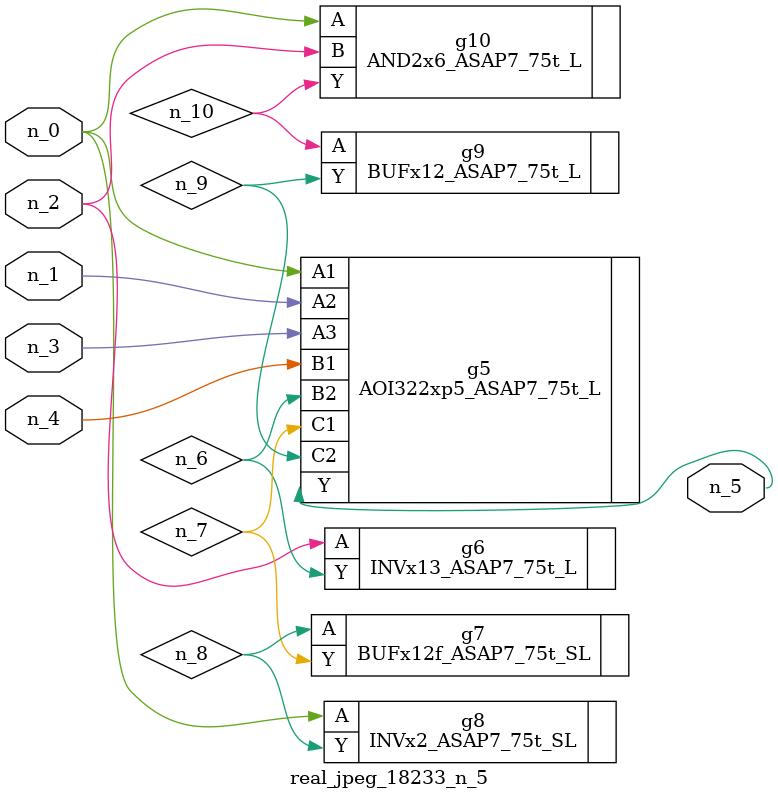
<source format=v>
module real_jpeg_18233_n_5 (n_4, n_0, n_1, n_2, n_3, n_5);

input n_4;
input n_0;
input n_1;
input n_2;
input n_3;

output n_5;

wire n_8;
wire n_6;
wire n_7;
wire n_10;
wire n_9;

AOI322xp5_ASAP7_75t_L g5 ( 
.A1(n_0),
.A2(n_1),
.A3(n_3),
.B1(n_4),
.B2(n_6),
.C1(n_7),
.C2(n_9),
.Y(n_5)
);

INVx2_ASAP7_75t_SL g8 ( 
.A(n_0),
.Y(n_8)
);

AND2x6_ASAP7_75t_L g10 ( 
.A(n_0),
.B(n_2),
.Y(n_10)
);

INVx13_ASAP7_75t_L g6 ( 
.A(n_2),
.Y(n_6)
);

BUFx12f_ASAP7_75t_SL g7 ( 
.A(n_8),
.Y(n_7)
);

BUFx12_ASAP7_75t_L g9 ( 
.A(n_10),
.Y(n_9)
);


endmodule
</source>
